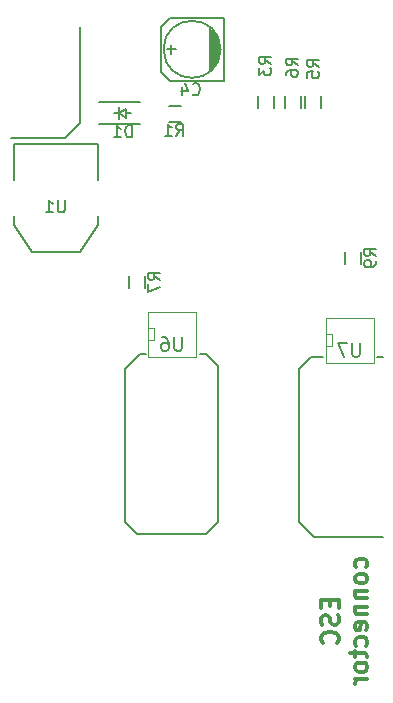
<source format=gbo>
%TF.GenerationSoftware,KiCad,Pcbnew,0.201511171411+6319~30~ubuntu15.10.1-product*%
%TF.CreationDate,2015-12-04T10:58:07+01:00*%
%TF.ProjectId,ESC-Base,4553432D426173652E6B696361645F70,rev?*%
%TF.FileFunction,Legend,Bot*%
%FSLAX46Y46*%
G04 Gerber Fmt 4.6, Leading zero omitted, Abs format (unit mm)*
G04 Created by KiCad (PCBNEW 0.201511171411+6319~30~ubuntu15.10.1-product) date Fr 04 Dez 2015 10:58:07 CET*
%MOMM*%
G01*
G04 APERTURE LIST*
%ADD10C,0.100000*%
%ADD11C,0.300000*%
%ADD12C,0.200000*%
%ADD13C,0.203200*%
%ADD14C,0.150000*%
%ADD15C,0.099060*%
%ADD16C,0.152400*%
G04 APERTURE END LIST*
D10*
D11*
X71717857Y-133342286D02*
X71717857Y-133842286D01*
X72503571Y-134056572D02*
X72503571Y-133342286D01*
X71003571Y-133342286D01*
X71003571Y-134056572D01*
X72432143Y-134628000D02*
X72503571Y-134842286D01*
X72503571Y-135199429D01*
X72432143Y-135342286D01*
X72360714Y-135413715D01*
X72217857Y-135485143D01*
X72075000Y-135485143D01*
X71932143Y-135413715D01*
X71860714Y-135342286D01*
X71789286Y-135199429D01*
X71717857Y-134913715D01*
X71646429Y-134770857D01*
X71575000Y-134699429D01*
X71432143Y-134628000D01*
X71289286Y-134628000D01*
X71146429Y-134699429D01*
X71075000Y-134770857D01*
X71003571Y-134913715D01*
X71003571Y-135270857D01*
X71075000Y-135485143D01*
X72360714Y-136985143D02*
X72432143Y-136913714D01*
X72503571Y-136699428D01*
X72503571Y-136556571D01*
X72432143Y-136342286D01*
X72289286Y-136199428D01*
X72146429Y-136128000D01*
X71860714Y-136056571D01*
X71646429Y-136056571D01*
X71360714Y-136128000D01*
X71217857Y-136199428D01*
X71075000Y-136342286D01*
X71003571Y-136556571D01*
X71003571Y-136699428D01*
X71075000Y-136913714D01*
X71146429Y-136985143D01*
X74832143Y-130592286D02*
X74903571Y-130449429D01*
X74903571Y-130163715D01*
X74832143Y-130020857D01*
X74760714Y-129949429D01*
X74617857Y-129878000D01*
X74189286Y-129878000D01*
X74046429Y-129949429D01*
X73975000Y-130020857D01*
X73903571Y-130163715D01*
X73903571Y-130449429D01*
X73975000Y-130592286D01*
X74903571Y-131449429D02*
X74832143Y-131306571D01*
X74760714Y-131235143D01*
X74617857Y-131163714D01*
X74189286Y-131163714D01*
X74046429Y-131235143D01*
X73975000Y-131306571D01*
X73903571Y-131449429D01*
X73903571Y-131663714D01*
X73975000Y-131806571D01*
X74046429Y-131878000D01*
X74189286Y-131949429D01*
X74617857Y-131949429D01*
X74760714Y-131878000D01*
X74832143Y-131806571D01*
X74903571Y-131663714D01*
X74903571Y-131449429D01*
X73903571Y-132592286D02*
X74903571Y-132592286D01*
X74046429Y-132592286D02*
X73975000Y-132663714D01*
X73903571Y-132806572D01*
X73903571Y-133020857D01*
X73975000Y-133163714D01*
X74117857Y-133235143D01*
X74903571Y-133235143D01*
X73903571Y-133949429D02*
X74903571Y-133949429D01*
X74046429Y-133949429D02*
X73975000Y-134020857D01*
X73903571Y-134163715D01*
X73903571Y-134378000D01*
X73975000Y-134520857D01*
X74117857Y-134592286D01*
X74903571Y-134592286D01*
X74832143Y-135878000D02*
X74903571Y-135735143D01*
X74903571Y-135449429D01*
X74832143Y-135306572D01*
X74689286Y-135235143D01*
X74117857Y-135235143D01*
X73975000Y-135306572D01*
X73903571Y-135449429D01*
X73903571Y-135735143D01*
X73975000Y-135878000D01*
X74117857Y-135949429D01*
X74260714Y-135949429D01*
X74403571Y-135235143D01*
X74832143Y-137235143D02*
X74903571Y-137092286D01*
X74903571Y-136806572D01*
X74832143Y-136663714D01*
X74760714Y-136592286D01*
X74617857Y-136520857D01*
X74189286Y-136520857D01*
X74046429Y-136592286D01*
X73975000Y-136663714D01*
X73903571Y-136806572D01*
X73903571Y-137092286D01*
X73975000Y-137235143D01*
X73903571Y-137663714D02*
X73903571Y-138235143D01*
X73403571Y-137878000D02*
X74689286Y-137878000D01*
X74832143Y-137949428D01*
X74903571Y-138092286D01*
X74903571Y-138235143D01*
X74903571Y-138949429D02*
X74832143Y-138806571D01*
X74760714Y-138735143D01*
X74617857Y-138663714D01*
X74189286Y-138663714D01*
X74046429Y-138735143D01*
X73975000Y-138806571D01*
X73903571Y-138949429D01*
X73903571Y-139163714D01*
X73975000Y-139306571D01*
X74046429Y-139378000D01*
X74189286Y-139449429D01*
X74617857Y-139449429D01*
X74760714Y-139378000D01*
X74832143Y-139306571D01*
X74903571Y-139163714D01*
X74903571Y-138949429D01*
X74903571Y-140092286D02*
X73903571Y-140092286D01*
X74189286Y-140092286D02*
X74046429Y-140163714D01*
X73975000Y-140235143D01*
X73903571Y-140378000D01*
X73903571Y-140520857D01*
D12*
X75692000Y-112776000D02*
X76200000Y-112776000D01*
X70104000Y-112776000D02*
X71120000Y-112776000D01*
X69088000Y-113792000D02*
X70104000Y-112776000D01*
X69088000Y-126746000D02*
X69088000Y-113792000D01*
X62230000Y-113538000D02*
X62230000Y-126746000D01*
X61214000Y-112522000D02*
X62230000Y-113538000D01*
X60706000Y-112522000D02*
X61214000Y-112522000D01*
X55626000Y-112522000D02*
X56134000Y-112522000D01*
X54356000Y-113792000D02*
X55626000Y-112522000D01*
X54356000Y-126746000D02*
X54356000Y-113792000D01*
X50546000Y-92964000D02*
X50546000Y-84836000D01*
X49276000Y-94234000D02*
X50546000Y-92964000D01*
X44704000Y-94234000D02*
X49276000Y-94234000D01*
X61214000Y-127762000D02*
X62230000Y-126746000D01*
X55372000Y-127762000D02*
X61214000Y-127762000D01*
X54356000Y-126746000D02*
X55372000Y-127762000D01*
X70358000Y-128016000D02*
X69088000Y-126746000D01*
X76200000Y-128016000D02*
X70358000Y-128016000D01*
D13*
X44958000Y-97790000D02*
X44958000Y-94742000D01*
X44958000Y-94742000D02*
X52070000Y-94742000D01*
X52070000Y-94742000D02*
X52070000Y-97790000D01*
X44958000Y-100838000D02*
X44958000Y-101600000D01*
X44958000Y-101600000D02*
X46482000Y-103886000D01*
X46482000Y-103886000D02*
X50546000Y-103886000D01*
X50546000Y-103886000D02*
X52070000Y-101600000D01*
X52070000Y-101600000D02*
X52070000Y-100838000D01*
D14*
X62357000Y-86106000D02*
X62357000Y-87503000D01*
X62230000Y-85852000D02*
X62230000Y-87630000D01*
X62103000Y-85471000D02*
X62103000Y-88011000D01*
X61976000Y-88138000D02*
X61976000Y-85344000D01*
X61849000Y-85217000D02*
X61849000Y-88265000D01*
X61722000Y-88392000D02*
X61722000Y-85090000D01*
X61595000Y-84963000D02*
X61595000Y-88519000D01*
X62738000Y-84074000D02*
X58166000Y-84074000D01*
X58166000Y-84074000D02*
X57404000Y-84836000D01*
X57404000Y-84836000D02*
X57404000Y-88646000D01*
X57404000Y-88646000D02*
X58166000Y-89408000D01*
X58166000Y-89408000D02*
X62738000Y-89408000D01*
X62738000Y-89408000D02*
X62738000Y-84074000D01*
X57912000Y-86741000D02*
X58674000Y-86741000D01*
X58293000Y-86360000D02*
X58293000Y-87122000D01*
X62484000Y-86741000D02*
G75*
G03X62484000Y-86741000I-2413000J0D01*
G01*
X54483000Y-92138500D02*
X54864000Y-92138500D01*
X53467000Y-92138500D02*
X53848000Y-92138500D01*
X53848000Y-92138500D02*
X54483000Y-92519500D01*
X54483000Y-92519500D02*
X54483000Y-91757500D01*
X54483000Y-91757500D02*
X53848000Y-92138500D01*
X53848000Y-92646500D02*
X53848000Y-91630500D01*
X52165500Y-91238500D02*
X55705500Y-91238500D01*
X52165500Y-93038500D02*
X55705500Y-93038500D01*
X59110500Y-91527000D02*
X58110500Y-91527000D01*
X58110500Y-92877000D02*
X59110500Y-92877000D01*
X66969000Y-91686000D02*
X66969000Y-90686000D01*
X65619000Y-90686000D02*
X65619000Y-91686000D01*
X70969500Y-91686000D02*
X70969500Y-90686000D01*
X69619500Y-90686000D02*
X69619500Y-91686000D01*
X69255000Y-91686000D02*
X69255000Y-90686000D01*
X67905000Y-90686000D02*
X67905000Y-91686000D01*
X54697000Y-105926000D02*
X54697000Y-106926000D01*
X56047000Y-106926000D02*
X56047000Y-105926000D01*
X72985000Y-103894000D02*
X72985000Y-104894000D01*
X74335000Y-104894000D02*
X74335000Y-103894000D01*
D15*
X56324500Y-108966000D02*
X60388500Y-108966000D01*
X56324500Y-112776000D02*
X60388500Y-112776000D01*
X60388500Y-112776000D02*
X60388500Y-108966000D01*
X56324500Y-109093000D02*
X56324500Y-108966000D01*
X56324500Y-112776000D02*
X56324500Y-109093000D01*
X56324500Y-111379000D02*
X56832500Y-111379000D01*
X56832500Y-111379000D02*
X56832500Y-110363000D01*
X56832500Y-110363000D02*
X56324500Y-110363000D01*
X71374000Y-109474000D02*
X75438000Y-109474000D01*
X71374000Y-113284000D02*
X75438000Y-113284000D01*
X75438000Y-113284000D02*
X75438000Y-109474000D01*
X71374000Y-109601000D02*
X71374000Y-109474000D01*
X71374000Y-113284000D02*
X71374000Y-109601000D01*
X71374000Y-111887000D02*
X71882000Y-111887000D01*
X71882000Y-111887000D02*
X71882000Y-110871000D01*
X71882000Y-110871000D02*
X71374000Y-110871000D01*
D13*
X49288095Y-99519619D02*
X49288095Y-100342095D01*
X49239714Y-100438857D01*
X49191333Y-100487238D01*
X49094571Y-100535619D01*
X48901048Y-100535619D01*
X48804286Y-100487238D01*
X48755905Y-100438857D01*
X48707524Y-100342095D01*
X48707524Y-99519619D01*
X47691524Y-100535619D02*
X48272095Y-100535619D01*
X47981809Y-100535619D02*
X47981809Y-99519619D01*
X48078571Y-99664762D01*
X48175333Y-99761524D01*
X48272095Y-99809905D01*
D14*
X60110666Y-90527143D02*
X60158285Y-90574762D01*
X60301142Y-90622381D01*
X60396380Y-90622381D01*
X60539238Y-90574762D01*
X60634476Y-90479524D01*
X60682095Y-90384286D01*
X60729714Y-90193810D01*
X60729714Y-90050952D01*
X60682095Y-89860476D01*
X60634476Y-89765238D01*
X60539238Y-89670000D01*
X60396380Y-89622381D01*
X60301142Y-89622381D01*
X60158285Y-89670000D01*
X60110666Y-89717619D01*
X59253523Y-89955714D02*
X59253523Y-90622381D01*
X59491619Y-89574762D02*
X59729714Y-90289048D01*
X59110666Y-90289048D01*
X54967095Y-94178381D02*
X54967095Y-93178381D01*
X54729000Y-93178381D01*
X54586142Y-93226000D01*
X54490904Y-93321238D01*
X54443285Y-93416476D01*
X54395666Y-93606952D01*
X54395666Y-93749810D01*
X54443285Y-93940286D01*
X54490904Y-94035524D01*
X54586142Y-94130762D01*
X54729000Y-94178381D01*
X54967095Y-94178381D01*
X53443285Y-94178381D02*
X54014714Y-94178381D01*
X53729000Y-94178381D02*
X53729000Y-93178381D01*
X53824238Y-93321238D01*
X53919476Y-93416476D01*
X54014714Y-93464095D01*
X58713666Y-94051381D02*
X59047000Y-93575190D01*
X59285095Y-94051381D02*
X59285095Y-93051381D01*
X58904142Y-93051381D01*
X58808904Y-93099000D01*
X58761285Y-93146619D01*
X58713666Y-93241857D01*
X58713666Y-93384714D01*
X58761285Y-93479952D01*
X58808904Y-93527571D01*
X58904142Y-93575190D01*
X59285095Y-93575190D01*
X57761285Y-94051381D02*
X58332714Y-94051381D01*
X58047000Y-94051381D02*
X58047000Y-93051381D01*
X58142238Y-93194238D01*
X58237476Y-93289476D01*
X58332714Y-93337095D01*
X66746381Y-87971334D02*
X66270190Y-87638000D01*
X66746381Y-87399905D02*
X65746381Y-87399905D01*
X65746381Y-87780858D01*
X65794000Y-87876096D01*
X65841619Y-87923715D01*
X65936857Y-87971334D01*
X66079714Y-87971334D01*
X66174952Y-87923715D01*
X66222571Y-87876096D01*
X66270190Y-87780858D01*
X66270190Y-87399905D01*
X65746381Y-88304667D02*
X65746381Y-88923715D01*
X66127333Y-88590381D01*
X66127333Y-88733239D01*
X66174952Y-88828477D01*
X66222571Y-88876096D01*
X66317810Y-88923715D01*
X66555905Y-88923715D01*
X66651143Y-88876096D01*
X66698762Y-88828477D01*
X66746381Y-88733239D01*
X66746381Y-88447524D01*
X66698762Y-88352286D01*
X66651143Y-88304667D01*
X70810381Y-88225334D02*
X70334190Y-87892000D01*
X70810381Y-87653905D02*
X69810381Y-87653905D01*
X69810381Y-88034858D01*
X69858000Y-88130096D01*
X69905619Y-88177715D01*
X70000857Y-88225334D01*
X70143714Y-88225334D01*
X70238952Y-88177715D01*
X70286571Y-88130096D01*
X70334190Y-88034858D01*
X70334190Y-87653905D01*
X69810381Y-89130096D02*
X69810381Y-88653905D01*
X70286571Y-88606286D01*
X70238952Y-88653905D01*
X70191333Y-88749143D01*
X70191333Y-88987239D01*
X70238952Y-89082477D01*
X70286571Y-89130096D01*
X70381810Y-89177715D01*
X70619905Y-89177715D01*
X70715143Y-89130096D01*
X70762762Y-89082477D01*
X70810381Y-88987239D01*
X70810381Y-88749143D01*
X70762762Y-88653905D01*
X70715143Y-88606286D01*
X69032381Y-88098334D02*
X68556190Y-87765000D01*
X69032381Y-87526905D02*
X68032381Y-87526905D01*
X68032381Y-87907858D01*
X68080000Y-88003096D01*
X68127619Y-88050715D01*
X68222857Y-88098334D01*
X68365714Y-88098334D01*
X68460952Y-88050715D01*
X68508571Y-88003096D01*
X68556190Y-87907858D01*
X68556190Y-87526905D01*
X68032381Y-88955477D02*
X68032381Y-88765000D01*
X68080000Y-88669762D01*
X68127619Y-88622143D01*
X68270476Y-88526905D01*
X68460952Y-88479286D01*
X68841905Y-88479286D01*
X68937143Y-88526905D01*
X68984762Y-88574524D01*
X69032381Y-88669762D01*
X69032381Y-88860239D01*
X68984762Y-88955477D01*
X68937143Y-89003096D01*
X68841905Y-89050715D01*
X68603810Y-89050715D01*
X68508571Y-89003096D01*
X68460952Y-88955477D01*
X68413333Y-88860239D01*
X68413333Y-88669762D01*
X68460952Y-88574524D01*
X68508571Y-88526905D01*
X68603810Y-88479286D01*
X57348381Y-106259334D02*
X56872190Y-105926000D01*
X57348381Y-105687905D02*
X56348381Y-105687905D01*
X56348381Y-106068858D01*
X56396000Y-106164096D01*
X56443619Y-106211715D01*
X56538857Y-106259334D01*
X56681714Y-106259334D01*
X56776952Y-106211715D01*
X56824571Y-106164096D01*
X56872190Y-106068858D01*
X56872190Y-105687905D01*
X56348381Y-106592667D02*
X56348381Y-107259334D01*
X57348381Y-106830762D01*
X75636381Y-104227334D02*
X75160190Y-103894000D01*
X75636381Y-103655905D02*
X74636381Y-103655905D01*
X74636381Y-104036858D01*
X74684000Y-104132096D01*
X74731619Y-104179715D01*
X74826857Y-104227334D01*
X74969714Y-104227334D01*
X75064952Y-104179715D01*
X75112571Y-104132096D01*
X75160190Y-104036858D01*
X75160190Y-103655905D01*
X75636381Y-104703524D02*
X75636381Y-104894000D01*
X75588762Y-104989239D01*
X75541143Y-105036858D01*
X75398286Y-105132096D01*
X75207810Y-105179715D01*
X74826857Y-105179715D01*
X74731619Y-105132096D01*
X74684000Y-105084477D01*
X74636381Y-104989239D01*
X74636381Y-104798762D01*
X74684000Y-104703524D01*
X74731619Y-104655905D01*
X74826857Y-104608286D01*
X75064952Y-104608286D01*
X75160190Y-104655905D01*
X75207810Y-104703524D01*
X75255429Y-104798762D01*
X75255429Y-104989239D01*
X75207810Y-105084477D01*
X75160190Y-105132096D01*
X75064952Y-105179715D01*
D16*
X59227357Y-111134071D02*
X59227357Y-112059357D01*
X59172929Y-112168214D01*
X59118500Y-112222643D01*
X59009643Y-112277071D01*
X58791929Y-112277071D01*
X58683071Y-112222643D01*
X58628643Y-112168214D01*
X58574214Y-112059357D01*
X58574214Y-111134071D01*
X57540071Y-111134071D02*
X57757785Y-111134071D01*
X57866642Y-111188500D01*
X57921071Y-111242929D01*
X58029928Y-111406214D01*
X58084357Y-111623929D01*
X58084357Y-112059357D01*
X58029928Y-112168214D01*
X57975500Y-112222643D01*
X57866642Y-112277071D01*
X57648928Y-112277071D01*
X57540071Y-112222643D01*
X57485642Y-112168214D01*
X57431214Y-112059357D01*
X57431214Y-111787214D01*
X57485642Y-111678357D01*
X57540071Y-111623929D01*
X57648928Y-111569500D01*
X57866642Y-111569500D01*
X57975500Y-111623929D01*
X58029928Y-111678357D01*
X58084357Y-111787214D01*
X74276857Y-111642071D02*
X74276857Y-112567357D01*
X74222429Y-112676214D01*
X74168000Y-112730643D01*
X74059143Y-112785071D01*
X73841429Y-112785071D01*
X73732571Y-112730643D01*
X73678143Y-112676214D01*
X73623714Y-112567357D01*
X73623714Y-111642071D01*
X73188285Y-111642071D02*
X72426285Y-111642071D01*
X72916142Y-112785071D01*
M02*

</source>
